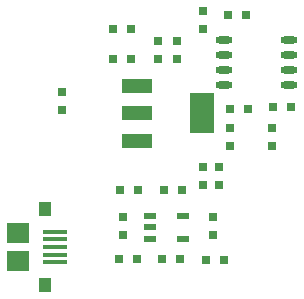
<source format=gbp>
G04*
G04 #@! TF.GenerationSoftware,Altium Limited,Altium Designer,18.1.9 (240)*
G04*
G04 Layer_Color=128*
%FSLAX24Y24*%
%MOIN*%
G70*
G01*
G75*
%ADD16R,0.0300X0.0300*%
%ADD17R,0.0300X0.0300*%
%ADD38R,0.0827X0.0157*%
%ADD39R,0.0748X0.0709*%
%ADD40R,0.0394X0.0472*%
%ADD41R,0.0413X0.0236*%
%ADD42R,0.0984X0.0472*%
%ADD43R,0.0787X0.1378*%
%ADD44O,0.0571X0.0236*%
D16*
X4300Y7800D02*
D03*
X3700D02*
D03*
X5350Y1150D02*
D03*
X5950D02*
D03*
X8200Y6150D02*
D03*
X7600D02*
D03*
X9650Y6225D02*
D03*
X9050D02*
D03*
X3700Y8800D02*
D03*
X4300D02*
D03*
X8150Y9268D02*
D03*
X7550D02*
D03*
X7400Y1100D02*
D03*
X6800D02*
D03*
X3900Y1150D02*
D03*
X4500D02*
D03*
X4550Y3450D02*
D03*
X3950D02*
D03*
X6000D02*
D03*
X5400D02*
D03*
D17*
X7250Y4219D02*
D03*
Y3619D02*
D03*
X7600Y5500D02*
D03*
Y4900D02*
D03*
X9000Y5500D02*
D03*
Y4900D02*
D03*
X5219Y8400D02*
D03*
Y7800D02*
D03*
X2000Y6700D02*
D03*
Y6100D02*
D03*
X7050Y2550D02*
D03*
Y1950D02*
D03*
X4050D02*
D03*
Y2550D02*
D03*
X6700Y4200D02*
D03*
Y3600D02*
D03*
Y9400D02*
D03*
Y8800D02*
D03*
X5850Y8400D02*
D03*
Y7800D02*
D03*
D38*
X1775Y1550D02*
D03*
Y1294D02*
D03*
Y1806D02*
D03*
Y2062D02*
D03*
Y1038D02*
D03*
D39*
X564Y1080D02*
D03*
Y2020D02*
D03*
D40*
X1450Y290D02*
D03*
Y2810D02*
D03*
D41*
X6061Y1826D02*
D03*
Y2574D02*
D03*
X4939D02*
D03*
Y2200D02*
D03*
Y1826D02*
D03*
D42*
X4500Y6000D02*
D03*
Y6906D02*
D03*
Y5094D02*
D03*
D43*
X6665Y6000D02*
D03*
D44*
X7427Y6950D02*
D03*
Y7450D02*
D03*
Y7950D02*
D03*
Y8450D02*
D03*
X9573Y6950D02*
D03*
Y7450D02*
D03*
Y7950D02*
D03*
Y8450D02*
D03*
M02*

</source>
